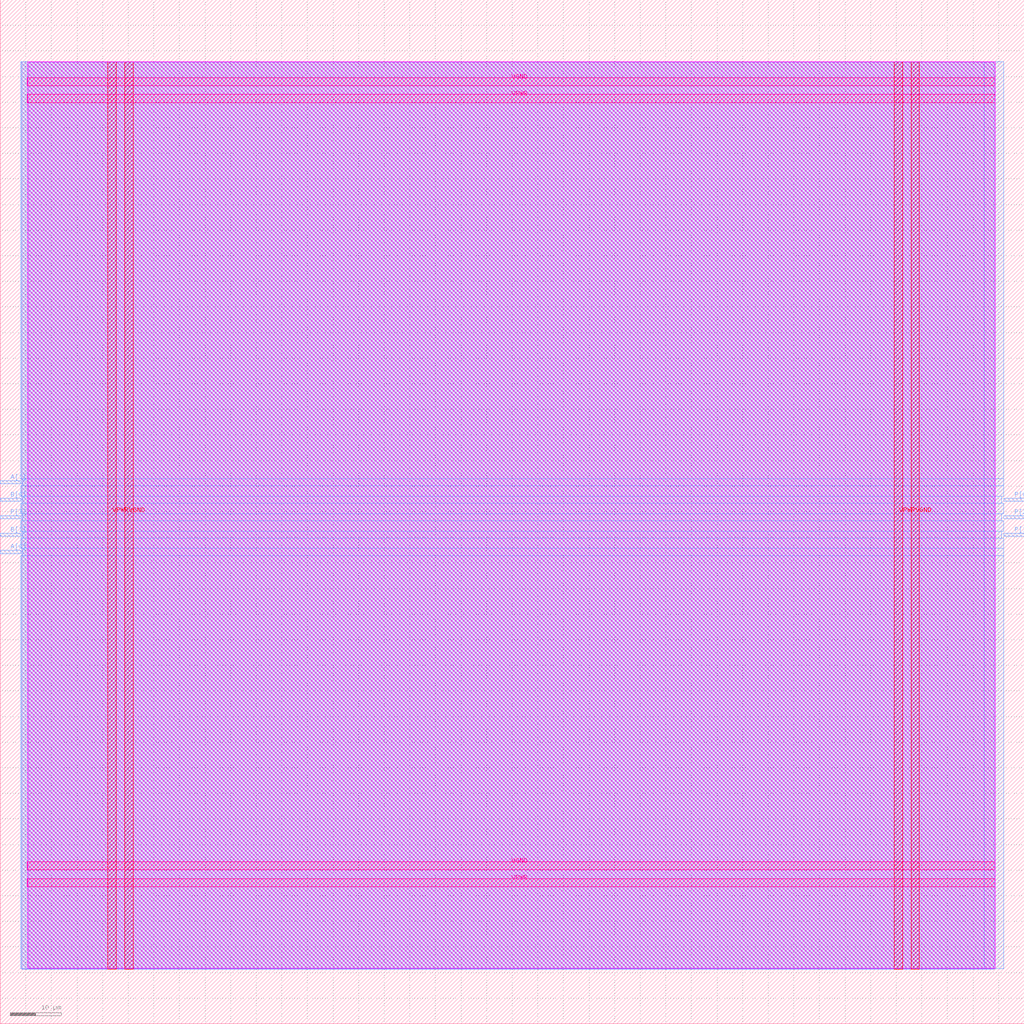
<source format=lef>
VERSION 5.7 ;
  NOWIREEXTENSIONATPIN ON ;
  DIVIDERCHAR "/" ;
  BUSBITCHARS "[]" ;
MACRO SarsanstepsNada_e8
  CLASS BLOCK ;
  FOREIGN SarsanstepsNada_e8 ;
  ORIGIN 0.000 0.000 ;
  SIZE 200.000 BY 200.000 ;
  PIN A[0]
    DIRECTION INPUT ;
    USE SIGNAL ;
    ANTENNAGATEAREA 0.196500 ;
    PORT
      LAYER met3 ;
        RECT 0.000 91.840 4.000 92.440 ;
    END
  END A[0]
  PIN A[1]
    DIRECTION INPUT ;
    USE SIGNAL ;
    ANTENNAGATEAREA 0.196500 ;
    PORT
      LAYER met3 ;
        RECT 0.000 105.440 4.000 106.040 ;
    END
  END A[1]
  PIN B[0]
    DIRECTION INPUT ;
    USE SIGNAL ;
    ANTENNAGATEAREA 0.196500 ;
    PORT
      LAYER met3 ;
        RECT 0.000 102.040 4.000 102.640 ;
    END
  END B[0]
  PIN B[1]
    DIRECTION INPUT ;
    USE SIGNAL ;
    ANTENNAGATEAREA 0.196500 ;
    PORT
      LAYER met3 ;
        RECT 0.000 95.240 4.000 95.840 ;
    END
  END B[1]
  PIN P[0]
    DIRECTION OUTPUT ;
    USE SIGNAL ;
    ANTENNADIFFAREA 0.445500 ;
    PORT
      LAYER met3 ;
        RECT 196.000 102.040 200.000 102.640 ;
    END
  END P[0]
  PIN P[1]
    DIRECTION OUTPUT ;
    USE SIGNAL ;
    ANTENNADIFFAREA 0.445500 ;
    PORT
      LAYER met3 ;
        RECT 196.000 95.240 200.000 95.840 ;
    END
  END P[1]
  PIN P[2]
    DIRECTION OUTPUT ;
    USE SIGNAL ;
    ANTENNADIFFAREA 0.445500 ;
    PORT
      LAYER met3 ;
        RECT 196.000 98.640 200.000 99.240 ;
    END
  END P[2]
  PIN P[3]
    DIRECTION OUTPUT ;
    USE SIGNAL ;
    ANTENNADIFFAREA 0.445500 ;
    PORT
      LAYER met3 ;
        RECT 0.000 98.640 4.000 99.240 ;
    END
  END P[3]
  PIN VGND
    DIRECTION INOUT ;
    USE GROUND ;
    PORT
      LAYER met4 ;
        RECT 24.340 10.640 25.940 187.920 ;
    END
    PORT
      LAYER met4 ;
        RECT 177.940 10.640 179.540 187.920 ;
    END
    PORT
      LAYER met5 ;
        RECT 5.280 30.030 194.360 31.630 ;
    END
    PORT
      LAYER met5 ;
        RECT 5.280 183.210 194.360 184.810 ;
    END
  END VGND
  PIN VPWR
    DIRECTION INOUT ;
    USE POWER ;
    PORT
      LAYER met4 ;
        RECT 21.040 10.640 22.640 187.920 ;
    END
    PORT
      LAYER met4 ;
        RECT 174.640 10.640 176.240 187.920 ;
    END
    PORT
      LAYER met5 ;
        RECT 5.280 26.730 194.360 28.330 ;
    END
    PORT
      LAYER met5 ;
        RECT 5.280 179.910 194.360 181.510 ;
    END
  END VPWR
  OBS
      LAYER nwell ;
        RECT 5.330 10.795 194.310 187.870 ;
      LAYER li1 ;
        RECT 5.520 10.795 194.120 187.765 ;
      LAYER met1 ;
        RECT 4.210 10.640 194.120 187.920 ;
      LAYER met2 ;
        RECT 4.230 10.695 192.190 187.865 ;
      LAYER met3 ;
        RECT 3.990 106.440 196.000 187.845 ;
        RECT 4.400 105.040 196.000 106.440 ;
        RECT 3.990 103.040 196.000 105.040 ;
        RECT 4.400 101.640 195.600 103.040 ;
        RECT 3.990 99.640 196.000 101.640 ;
        RECT 4.400 98.240 195.600 99.640 ;
        RECT 3.990 96.240 196.000 98.240 ;
        RECT 4.400 94.840 195.600 96.240 ;
        RECT 3.990 92.840 196.000 94.840 ;
        RECT 4.400 91.440 196.000 92.840 ;
        RECT 3.990 10.715 196.000 91.440 ;
  END
END SarsanstepsNada_e8
END LIBRARY


</source>
